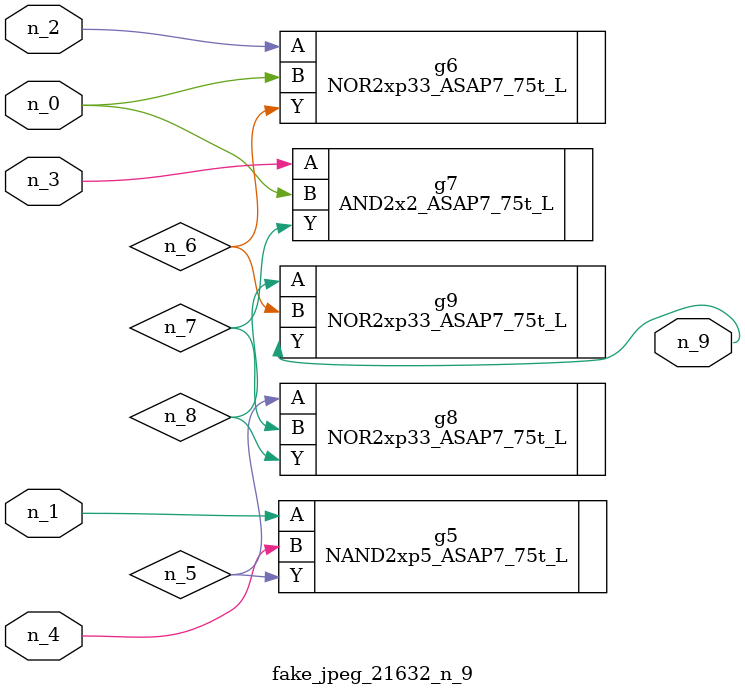
<source format=v>
module fake_jpeg_21632_n_9 (n_3, n_2, n_1, n_0, n_4, n_9);

input n_3;
input n_2;
input n_1;
input n_0;
input n_4;

output n_9;

wire n_8;
wire n_6;
wire n_5;
wire n_7;

NAND2xp5_ASAP7_75t_L g5 ( 
.A(n_1),
.B(n_4),
.Y(n_5)
);

NOR2xp33_ASAP7_75t_L g6 ( 
.A(n_2),
.B(n_0),
.Y(n_6)
);

AND2x2_ASAP7_75t_L g7 ( 
.A(n_3),
.B(n_0),
.Y(n_7)
);

NOR2xp33_ASAP7_75t_L g8 ( 
.A(n_5),
.B(n_7),
.Y(n_8)
);

NOR2xp33_ASAP7_75t_L g9 ( 
.A(n_8),
.B(n_6),
.Y(n_9)
);


endmodule
</source>
